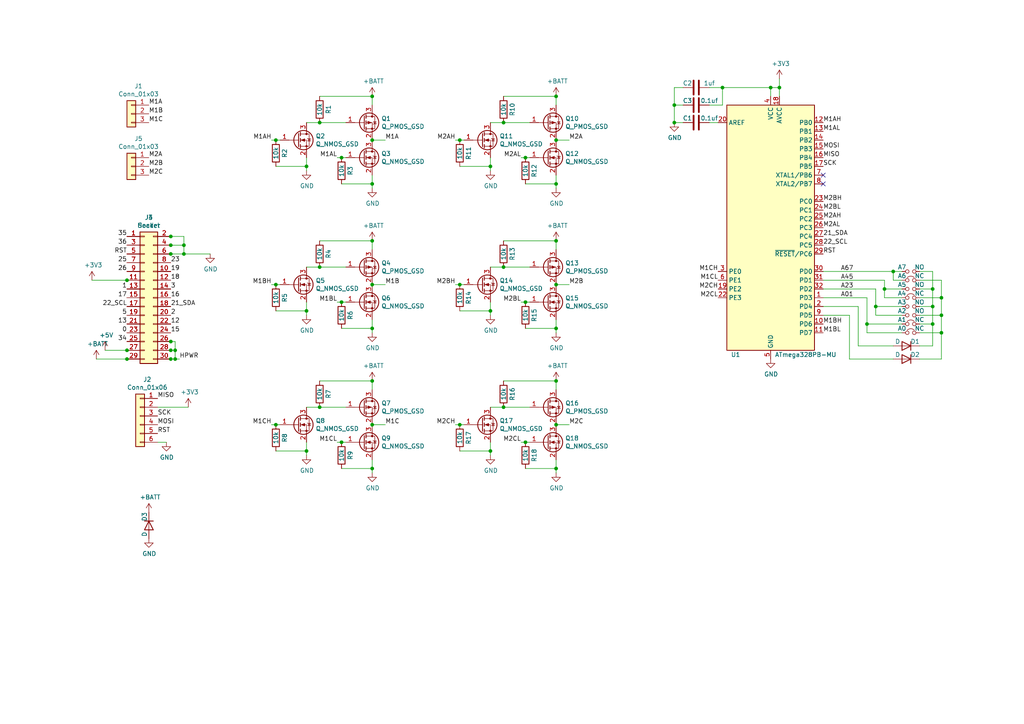
<source format=kicad_sch>
(kicad_sch (version 20230121) (generator eeschema)
  (paper "A4")
  (lib_symbols
    (symbol "Connector_Generic:Conn_01x03" (pin_names (offset 1.016) hide)
      (property "Reference" "J" (at 0 5.08 0))
      (property "Value" "Conn_01x03" (at 0 -5.08 0))
      (symbol "Conn_01x03_1_1"
        (rectangle (start -1.27 -2.413) (end 0 -2.667) (stroke (width 0.1524)))
        (rectangle (start -1.27 0.127) (end 0 -0.127) (stroke (width 0.1524)))
        (rectangle (start -1.27 2.667) (end 0 2.413) (stroke (width 0.1524)))
        (rectangle (start -1.27 3.81) (end 1.27 -3.81) (stroke (width 0.254)) (fill (type background)))
        (pin passive line (at -5.08 2.54 0) (length 3.81) (name "Pin_1") (number "1"))
        (pin passive line (at -5.08 0 0) (length 3.81) (name "Pin_2") (number "2"))
        (pin passive line (at -5.08 -2.54 0) (length 3.81) (name "Pin_3") (number "3"))
      )
    )
    (symbol "Connector_Generic:Conn_01x06" (pin_names (offset 1.016) hide)
      (property "Reference" "J" (at 0 7.62 0))
      (property "Value" "Conn_01x06" (at 0 -10.16 0))
      (symbol "Conn_01x06_1_1"
        (rectangle (start -1.27 -7.493) (end 0 -7.747) (stroke (width 0.1524)))
        (rectangle (start -1.27 -4.953) (end 0 -5.207) (stroke (width 0.1524)))
        (rectangle (start -1.27 -2.413) (end 0 -2.667) (stroke (width 0.1524)))
        (rectangle (start -1.27 0.127) (end 0 -0.127) (stroke (width 0.1524)))
        (rectangle (start -1.27 2.667) (end 0 2.413) (stroke (width 0.1524)))
        (rectangle (start -1.27 5.207) (end 0 4.953) (stroke (width 0.1524)))
        (rectangle (start -1.27 6.35) (end 1.27 -8.89) (stroke (width 0.254)) (fill (type background)))
        (pin passive line (at -5.08 5.08 0) (length 3.81) (name "Pin_1") (number "1"))
        (pin passive line (at -5.08 2.54 0) (length 3.81) (name "Pin_2") (number "2"))
        (pin passive line (at -5.08 0 0) (length 3.81) (name "Pin_3") (number "3"))
        (pin passive line (at -5.08 -2.54 0) (length 3.81) (name "Pin_4") (number "4"))
        (pin passive line (at -5.08 -5.08 0) (length 3.81) (name "Pin_5") (number "5"))
        (pin passive line (at -5.08 -7.62 0) (length 3.81) (name "Pin_6") (number "6"))
      )
    )
    (symbol "Connector_Generic:Conn_02x15_Odd_Even" (pin_names (offset 1.016) hide)
      (property "Reference" "J" (at 1.27 20.32 0))
      (property "Value" "Conn_02x15_Odd_Even" (at 1.27 -20.32 0))
      (symbol "Conn_02x15_Odd_Even_1_1"
        (rectangle (start -1.27 -17.653) (end 0 -17.907) (stroke (width 0.1524)))
        (rectangle (start -1.27 -15.113) (end 0 -15.367) (stroke (width 0.1524)))
        (rectangle (start -1.27 -12.573) (end 0 -12.827) (stroke (width 0.1524)))
        (rectangle (start -1.27 -10.033) (end 0 -10.287) (stroke (width 0.1524)))
        (rectangle (start -1.27 -7.493) (end 0 -7.747) (stroke (width 0.1524)))
        (rectangle (start -1.27 -4.953) (end 0 -5.207) (stroke (width 0.1524)))
        (rectangle (start -1.27 -2.413) (end 0 -2.667) (stroke (width 0.1524)))
        (rectangle (start -1.27 0.127) (end 0 -0.127) (stroke (width 0.1524)))
        (rectangle (start -1.27 2.667) (end 0 2.413) (stroke (width 0.1524)))
        (rectangle (start -1.27 5.207) (end 0 4.953) (stroke (width 0.1524)))
        (rectangle (start -1.27 7.747) (end 0 7.493) (stroke (width 0.1524)))
        (rectangle (start -1.27 10.287) (end 0 10.033) (stroke (width 0.1524)))
        (rectangle (start -1.27 12.827) (end 0 12.573) (stroke (width 0.1524)))
        (rectangle (start -1.27 15.367) (end 0 15.113) (stroke (width 0.1524)))
        (rectangle (start -1.27 17.907) (end 0 17.653) (stroke (width 0.1524)))
        (rectangle (start -1.27 19.05) (end 3.81 -19.05) (stroke (width 0.254)) (fill (type background)))
        (rectangle (start 3.81 -17.653) (end 2.54 -17.907) (stroke (width 0.1524)))
        (rectangle (start 3.81 -15.113) (end 2.54 -15.367) (stroke (width 0.1524)))
        (rectangle (start 3.81 -12.573) (end 2.54 -12.827) (stroke (width 0.1524)))
        (rectangle (start 3.81 -10.033) (end 2.54 -10.287) (stroke (width 0.1524)))
        (rectangle (start 3.81 -7.493) (end 2.54 -7.747) (stroke (width 0.1524)))
        (rectangle (start 3.81 -4.953) (end 2.54 -5.207) (stroke (width 0.1524)))
        (rectangle (start 3.81 -2.413) (end 2.54 -2.667) (stroke (width 0.1524)))
        (rectangle (start 3.81 0.127) (end 2.54 -0.127) (stroke (width 0.1524)))
        (rectangle (start 3.81 2.667) (end 2.54 2.413) (stroke (width 0.1524)))
        (rectangle (start 3.81 5.207) (end 2.54 4.953) (stroke (width 0.1524)))
        (rectangle (start 3.81 7.747) (end 2.54 7.493) (stroke (width 0.1524)))
        (rectangle (start 3.81 10.287) (end 2.54 10.033) (stroke (width 0.1524)))
        (rectangle (start 3.81 12.827) (end 2.54 12.573) (stroke (width 0.1524)))
        (rectangle (start 3.81 15.367) (end 2.54 15.113) (stroke (width 0.1524)))
        (rectangle (start 3.81 17.907) (end 2.54 17.653) (stroke (width 0.1524)))
        (pin passive line (at -5.08 17.78 0) (length 3.81) (name "Pin_1") (number "1"))
        (pin passive line (at 7.62 7.62 180) (length 3.81) (name "Pin_10") (number "10"))
        (pin passive line (at -5.08 5.08 0) (length 3.81) (name "Pin_11") (number "11"))
        (pin passive line (at 7.62 5.08 180) (length 3.81) (name "Pin_12") (number "12"))
        (pin passive line (at -5.08 2.54 0) (length 3.81) (name "Pin_13") (number "13"))
        (pin passive line (at 7.62 2.54 180) (length 3.81) (name "Pin_14") (number "14"))
        (pin passive line (at -5.08 0 0) (length 3.81) (name "Pin_15") (number "15"))
        (pin passive line (at 7.62 0 180) (length 3.81) (name "Pin_16") (number "16"))
        (pin passive line (at -5.08 -2.54 0) (length 3.81) (name "Pin_17") (number "17"))
        (pin passive line (at 7.62 -2.54 180) (length 3.81) (name "Pin_18") (number "18"))
        (pin passive line (at -5.08 -5.08 0) (length 3.81) (name "Pin_19") (number "19"))
        (pin passive line (at 7.62 17.78 180) (length 3.81) (name "Pin_2") (number "2"))
        (pin passive line (at 7.62 -5.08 180) (length 3.81) (name "Pin_20") (number "20"))
        (pin passive line (at -5.08 -7.62 0) (length 3.81) (name "Pin_21") (number "21"))
        (pin passive line (at 7.62 -7.62 180) (length 3.81) (name "Pin_22") (number "22"))
        (pin passive line (at -5.08 -10.16 0) (length 3.81) (name "Pin_23") (number "23"))
        (pin passive line (at 7.62 -10.16 180) (length 3.81) (name "Pin_24") (number "24"))
        (pin passive line (at -5.08 -12.7 0) (length 3.81) (name "Pin_25") (number "25"))
        (pin passive line (at 7.62 -12.7 180) (length 3.81) (name "Pin_26") (number "26"))
        (pin passive line (at -5.08 -15.24 0) (length 3.81) (name "Pin_27") (number "27"))
        (pin passive line (at 7.62 -15.24 180) (length 3.81) (name "Pin_28") (number "28"))
        (pin passive line (at -5.08 -17.78 0) (length 3.81) (name "Pin_29") (number "29"))
        (pin passive line (at -5.08 15.24 0) (length 3.81) (name "Pin_3") (number "3"))
        (pin passive line (at 7.62 -17.78 180) (length 3.81) (name "Pin_30") (number "30"))
        (pin passive line (at 7.62 15.24 180) (length 3.81) (name "Pin_4") (number "4"))
        (pin passive line (at -5.08 12.7 0) (length 3.81) (name "Pin_5") (number "5"))
        (pin passive line (at 7.62 12.7 180) (length 3.81) (name "Pin_6") (number "6"))
        (pin passive line (at -5.08 10.16 0) (length 3.81) (name "Pin_7") (number "7"))
        (pin passive line (at 7.62 10.16 180) (length 3.81) (name "Pin_8") (number "8"))
        (pin passive line (at -5.08 7.62 0) (length 3.81) (name "Pin_9") (number "9"))
      )
    )
    (symbol "Device:C" (pin_numbers hide) (pin_names (offset 0.254))
      (property "Reference" "C" (at 0.635 2.54 0))
      (property "Value" "C" (at 0.635 -2.54 0))
      (symbol "C_0_1"
        (polyline (pts (xy -2.032 -0.762) (xy 2.032 -0.762)) (stroke (width 0.508)))
        (polyline (pts (xy -2.032 0.762) (xy 2.032 0.762)) (stroke (width 0.508)))
      )
      (symbol "C_1_1"
        (pin passive line (at 0 3.81 270) (length 2.794) (name "~") (number "1"))
        (pin passive line (at 0 -3.81 90) (length 2.794) (name "~") (number "2"))
      )
    )
    (symbol "Device:D" (pin_numbers hide) (pin_names (offset 1.016) hide)
      (property "Reference" "D" (at 0 2.54 0))
      (property "Value" "D" (at 0 -2.54 0))
      (symbol "D_0_1"
        (polyline (pts (xy -1.27 1.27) (xy -1.27 -1.27)) (stroke (width 0.254)))
        (polyline (pts (xy 1.27 0) (xy -1.27 0)))
        (polyline (pts (xy 1.27 1.27) (xy 1.27 -1.27) (xy -1.27 0) (xy 1.27 1.27)) (stroke (width 0.254)))
      )
      (symbol "D_1_1"
        (pin passive line (at -3.81 0 0) (length 2.54) (name "K") (number "1"))
        (pin passive line (at 3.81 0 180) (length 2.54) (name "A") (number "2"))
      )
    )
    (symbol "Device:Q_NMOS_GSD" (pin_names (offset 0) hide)
      (property "Reference" "Q" (at 5.08 1.27 0))
      (property "Value" "Q_NMOS_GSD" (at 5.08 -1.27 0))
      (symbol "Q_NMOS_GSD_0_1"
        (polyline (pts (xy 0.254 0) (xy -2.54 0)))
        (polyline (pts (xy 0.254 1.905) (xy 0.254 -1.905)) (stroke (width 0.254)))
        (polyline (pts (xy 0.762 -1.27) (xy 0.762 -2.286)) (stroke (width 0.254)))
        (polyline (pts (xy 0.762 0.508) (xy 0.762 -0.508)) (stroke (width 0.254)))
        (polyline (pts (xy 0.762 2.286) (xy 0.762 1.27)) (stroke (width 0.254)))
        (polyline (pts (xy 2.54 2.54) (xy 2.54 1.778)))
        (polyline (pts (xy 2.54 -2.54) (xy 2.54 0) (xy 0.762 0)))
        (polyline (pts (xy 0.762 -1.778) (xy 3.302 -1.778) (xy 3.302 1.778) (xy 0.762 1.778)))
        (polyline (pts (xy 1.016 0) (xy 2.032 0.381) (xy 2.032 -0.381) (xy 1.016 0)) (fill (type outline)))
        (polyline (pts (xy 2.794 0.508) (xy 2.921 0.381) (xy 3.683 0.381) (xy 3.81 0.254)))
        (polyline (pts (xy 3.302 0.381) (xy 2.921 -0.254) (xy 3.683 -0.254) (xy 3.302 0.381)))
        (circle (center 1.651 0) (radius 2.794) (stroke (width 0.254)))
        (circle (center 2.54 -1.778) (radius 0.254) (fill (type outline)))
        (circle (center 2.54 1.778) (radius 0.254) (fill (type outline)))
      )
      (symbol "Q_NMOS_GSD_1_1"
        (pin input line (at -5.08 0 0) (length 2.54) (name "G") (number "1"))
        (pin passive line (at 2.54 -5.08 90) (length 2.54) (name "S") (number "2"))
        (pin passive line (at 2.54 5.08 270) (length 2.54) (name "D") (number "3"))
      )
    )
    (symbol "Device:Q_PMOS_GSD" (pin_names (offset 0) hide)
      (property "Reference" "Q" (at 5.08 1.27 0))
      (property "Value" "Q_PMOS_GSD" (at 5.08 -1.27 0))
      (symbol "Q_PMOS_GSD_0_1"
        (polyline (pts (xy 0.254 0) (xy -2.54 0)))
        (polyline (pts (xy 0.254 1.905) (xy 0.254 -1.905)) (stroke (width 0.254)))
        (polyline (pts (xy 0.762 -1.27) (xy 0.762 -2.286)) (stroke (width 0.254)))
        (polyline (pts (xy 0.762 0.508) (xy 0.762 -0.508)) (stroke (width 0.254)))
        (polyline (pts (xy 0.762 2.286) (xy 0.762 1.27)) (stroke (width 0.254)))
        (polyline (pts (xy 2.54 2.54) (xy 2.54 1.778)))
        (polyline (pts (xy 2.54 -2.54) (xy 2.54 0) (xy 0.762 0)))
        (polyline (pts (xy 0.762 1.778) (xy 3.302 1.778) (xy 3.302 -1.778) (xy 0.762 -1.778)))
        (polyline (pts (xy 2.286 0) (xy 1.27 0.381) (xy 1.27 -0.381) (xy 2.286 0)) (fill (type outline)))
        (polyline (pts (xy 2.794 -0.508) (xy 2.921 -0.381) (xy 3.683 -0.381) (xy 3.81 -0.254)))
        (polyline (pts (xy 3.302 -0.381) (xy 2.921 0.254) (xy 3.683 0.254) (xy 3.302 -0.381)))
        (circle (center 1.651 0) (radius 2.794) (stroke (width 0.254)))
        (circle (center 2.54 -1.778) (radius 0.254) (fill (type outline)))
        (circle (center 2.54 1.778) (radius 0.254) (fill (type outline)))
      )
      (symbol "Q_PMOS_GSD_1_1"
        (pin input line (at -5.08 0 0) (length 2.54) (name "G") (number "1"))
        (pin passive line (at 2.54 -5.08 90) (length 2.54) (name "S") (number "2"))
        (pin passive line (at 2.54 5.08 270) (length 2.54) (name "D") (number "3"))
      )
    )
    (symbol "Device:R" (pin_numbers hide) (pin_names (offset 0))
      (property "Reference" "R" (at 2.032 0 90))
      (property "Value" "R" (at 0 0 90))
      (symbol "R_0_1"
        (rectangle (start -1.016 -2.54) (end 1.016 2.54) (stroke (width 0.254)))
      )
      (symbol "R_1_1"
        (pin passive line (at 0 3.81 270) (length 1.27) (name "~") (number "1"))
        (pin passive line (at 0 -3.81 90) (length 1.27) (name "~") (number "2"))
      )
    )
    (symbol "I2cBrushlessMotors-rescue:+3.3V-power" (power) (pin_names (offset 0))
      (property "Value" "+3.3V-power" (at 0 3.556 0))
      (symbol "+3.3V-power_0_1"
        (polyline (pts (xy -0.762 1.27) (xy 0 2.54)))
        (polyline (pts (xy 0 0) (xy 0 2.54)))
        (polyline (pts (xy 0 2.54) (xy 0.762 1.27)))
      )
      (symbol "+3.3V-power_1_1"
        (pin power_in line (at 0 0 90) (length 0) hide (name "+3V3") (number "1"))
      )
    )
    (symbol "I2cBrushlessMotors-rescue:ATmega328PB-MU-MCU_Microchip_ATmega"
      (property "Reference" "U" (at -12.7 36.83 0))
      (property "Value" "MCU_Microchip_ATmega_ATmega328PB-MU" (at 2.54 -36.83 0))
      (symbol "ATmega328PB-MU-MCU_Microchip_ATmega_0_1"
        (rectangle (start -12.7 -35.56) (end 12.7 35.56) (stroke (width 0.254)) (fill (type background)))
      )
      (symbol "ATmega328PB-MU-MCU_Microchip_ATmega_1_1"
        (pin bidirectional line (at 15.24 -20.32 180) (length 2.54) (name "PD3") (number "1"))
        (pin bidirectional line (at 15.24 -27.94 180) (length 2.54) (name "PD6") (number "10"))
        (pin bidirectional line (at 15.24 -30.48 180) (length 2.54) (name "PD7") (number "11"))
        (pin bidirectional line (at 15.24 30.48 180) (length 2.54) (name "PB0") (number "12"))
        (pin bidirectional line (at 15.24 27.94 180) (length 2.54) (name "PB1") (number "13"))
        (pin bidirectional line (at 15.24 25.4 180) (length 2.54) (name "PB2") (number "14"))
        (pin bidirectional line (at 15.24 22.86 180) (length 2.54) (name "PB3") (number "15"))
        (pin bidirectional line (at 15.24 20.32 180) (length 2.54) (name "PB4") (number "16"))
        (pin bidirectional line (at 15.24 17.78 180) (length 2.54) (name "PB5") (number "17"))
        (pin power_in line (at 2.54 38.1 270) (length 2.54) (name "AVCC") (number "18"))
        (pin bidirectional line (at -15.24 -17.78 0) (length 2.54) (name "PE2") (number "19"))
        (pin bidirectional line (at 15.24 -22.86 180) (length 2.54) (name "PD4") (number "2"))
        (pin passive line (at -15.24 30.48 0) (length 2.54) (name "AREF") (number "20"))
        (pin passive line (at 0 -38.1 90) (length 2.54) hide (name "GND") (number "21"))
        (pin bidirectional line (at -15.24 -20.32 0) (length 2.54) (name "PE3") (number "22"))
        (pin bidirectional line (at 15.24 7.62 180) (length 2.54) (name "PC0") (number "23"))
        (pin bidirectional line (at 15.24 5.08 180) (length 2.54) (name "PC1") (number "24"))
        (pin bidirectional line (at 15.24 2.54 180) (length 2.54) (name "PC2") (number "25"))
        (pin bidirectional line (at 15.24 0 180) (length 2.54) (name "PC3") (number "26"))
        (pin bidirectional line (at 15.24 -2.54 180) (length 2.54) (name "PC4") (number "27"))
        (pin bidirectional line (at 15.24 -5.08 180) (length 2.54) (name "PC5") (number "28"))
        (pin bidirectional line (at 15.24 -7.62 180) (length 2.54) (name "~{RESET}/PC6") (number "29"))
        (pin bidirectional line (at -15.24 -12.7 0) (length 2.54) (name "PE0") (number "3"))
        (pin bidirectional line (at 15.24 -12.7 180) (length 2.54) (name "PD0") (number "30"))
        (pin bidirectional line (at 15.24 -15.24 180) (length 2.54) (name "PD1") (number "31"))
        (pin bidirectional line (at 15.24 -17.78 180) (length 2.54) (name "PD2") (number "32"))
        (pin passive line (at 0 -38.1 90) (length 2.54) hide (name "GND") (number "33"))
        (pin power_in line (at 0 38.1 270) (length 2.54) (name "VCC") (number "4"))
        (pin power_in line (at 0 -38.1 90) (length 2.54) (name "GND") (number "5"))
        (pin bidirectional line (at -15.24 -15.24 0) (length 2.54) (name "PE1") (number "6"))
        (pin bidirectional line (at 15.24 15.24 180) (length 2.54) (name "XTAL1/PB6") (number "7"))
        (pin bidirectional line (at 15.24 12.7 180) (length 2.54) (name "XTAL2/PB7") (number "8"))
        (pin bidirectional line (at 15.24 -25.4 180) (length 2.54) (name "PD5") (number "9"))
      )
    )
    (symbol "I2cBrushlessMotors-rescue:Jumper_NC_Small-Device" (pin_numbers hide) (pin_names (offset 0.762) hide)
      (property "Reference" "JP" (at 0 2.032 0))
      (property "Value" "Device_Jumper_NC_Small" (at 0.254 -1.524 0))
      (symbol "Jumper_NC_Small-Device_0_1"
        (circle (center -1.016 0) (radius 0.508))
        (circle (center 1.016 0) (radius 0.508))
        (arc (start 1.016 0.762) (mid 0 1.1828) (end -1.016 0.762))
        (pin passive line (at -2.54 0 0) (length 1.016) (name "1") (number "1"))
        (pin passive line (at 2.54 0 180) (length 1.016) (name "2") (number "2"))
      )
    )
    (symbol "I2cBrushlessMotors-rescue:Jumper_NO_Small-Device" (pin_numbers hide) (pin_names (offset 0.762) hide)
      (property "Reference" "JP" (at 0 2.032 0))
      (property "Value" "Device_Jumper_NO_Small" (at 0.254 -1.524 0))
      (symbol "Jumper_NO_Small-Device_0_1"
        (circle (center -1.016 0) (radius 0.508))
        (circle (center 1.016 0) (radius 0.508))
        (pin passive line (at -2.54 0 0) (length 1.016) (name "1") (number "1"))
        (pin passive line (at 2.54 0 180) (length 1.016) (name "2") (number "2"))
      )
    )
    (symbol "power:+5V" (power) (pin_names (offset 0))
      (property "Value" "+5V" (at 0 3.556 0))
      (symbol "+5V_0_1"
        (polyline (pts (xy -0.762 1.27) (xy 0 2.54)))
        (polyline (pts (xy 0 0) (xy 0 2.54)))
        (polyline (pts (xy 0 2.54) (xy 0.762 1.27)))
      )
      (symbol "+5V_1_1"
        (pin power_in line (at 0 0 90) (length 0) hide (name "+5V") (number "1"))
      )
    )
    (symbol "power:+BATT" (power) (pin_names (offset 0))
      (property "Value" "+BATT" (at 0 3.556 0))
      (symbol "+BATT_0_1"
        (polyline (pts (xy -0.762 1.27) (xy 0 2.54)))
        (polyline (pts (xy 0 0) (xy 0 2.54)))
        (polyline (pts (xy 0 2.54) (xy 0.762 1.27)))
      )
      (symbol "+BATT_1_1"
        (pin power_in line (at 0 0 90) (length 0) hide (name "+BATT") (number "1"))
      )
    )
    (symbol "power:GND" (power) (pin_names (offset 0))
      (property "Value" "GND" (at 0 -3.81 0))
      (symbol "GND_0_1"
        (polyline (pts (xy 0 0) (xy 0 -1.27) (xy 1.27 -1.27) (xy 0 -2.54) (xy -1.27 -1.27) (xy 0 -1.27)))
      )
      (symbol "GND_1_1"
        (pin power_in line (at 0 0 270) (length 0) hide (name "GND") (number "1"))
      )
    )
  )
  (junction (at 195.58 30.48))
  (junction (at 88.9 48.26))
  (junction (at 92.71 35.56))
  (junction (at 270.51 93.98))
  (junction (at 146.05 35.56))
  (junction (at 226.06 25.4))
  (junction (at 107.95 53.34))
  (junction (at 161.29 95.25))
  (junction (at 142.24 130.81))
  (junction (at 99.06 45.72))
  (junction (at 99.06 128.27))
  (junction (at 49.53 104.14))
  (junction (at 273.05 86.36))
  (junction (at 161.29 82.55))
  (junction (at 270.51 83.82))
  (junction (at 146.05 118.11))
  (junction (at 142.24 90.17))
  (junction (at 273.05 96.52))
  (junction (at 107.95 27.94))
  (junction (at 49.53 68.58))
  (junction (at 99.06 87.63))
  (junction (at 107.95 135.89))
  (junction (at 107.95 40.64))
  (junction (at 88.9 130.81))
  (junction (at 251.46 93.98))
  (junction (at 107.95 95.25))
  (junction (at 161.29 123.19))
  (junction (at 133.35 82.55))
  (junction (at 133.35 123.19))
  (junction (at 161.29 27.94))
  (junction (at 49.53 73.66))
  (junction (at 161.29 69.85))
  (junction (at 92.71 77.47))
  (junction (at 53.34 71.12))
  (junction (at 49.53 101.6))
  (junction (at 49.53 99.06))
  (junction (at 254 88.9))
  (junction (at 107.95 110.49))
  (junction (at 146.05 77.47))
  (junction (at 209.55 25.4))
  (junction (at 161.29 53.34))
  (junction (at 270.51 88.9))
  (junction (at 133.35 40.64))
  (junction (at 80.01 82.55))
  (junction (at 161.29 135.89))
  (junction (at 161.29 40.64))
  (junction (at 50.8 101.6))
  (junction (at 107.95 69.85))
  (junction (at 107.95 82.55))
  (junction (at 36.83 104.14))
  (junction (at 80.01 123.19))
  (junction (at 92.71 118.11))
  (junction (at 107.95 123.19))
  (junction (at 256.54 83.82))
  (junction (at 49.53 71.12))
  (junction (at 195.58 35.56))
  (junction (at 80.01 40.64))
  (junction (at 152.4 45.72))
  (junction (at 36.83 81.28))
  (junction (at 152.4 128.27))
  (junction (at 161.29 110.49))
  (junction (at 273.05 91.44))
  (junction (at 152.4 87.63))
  (junction (at 36.83 101.6))
  (junction (at 223.52 25.4))
  (junction (at 259.08 78.74))
  (junction (at 142.24 48.26))
  (junction (at 88.9 90.17))
  (junction (at 53.34 73.66))
  (junction (at 50.8 104.14))
  (no_connect (at 238.76 53.34))
  (no_connect (at 238.76 50.8))
  (wire (pts (xy 273.05 81.28) (xy 266.7 81.28)))
  (wire (pts (xy 107.95 53.34) (xy 107.95 50.8)))
  (wire (pts (xy 36.83 81.28) (xy 26.67 81.28)))
  (wire (pts (xy 270.51 88.9) (xy 266.7 88.9)))
  (wire (pts (xy 161.29 53.34) (xy 161.29 50.8)))
  (wire (pts (xy 48.26 128.27) (xy 45.72 128.27)))
  (wire (pts (xy 151.13 128.27) (xy 152.4 128.27)))
  (wire (pts (xy 50.8 104.14) (xy 52.07 104.14)))
  (wire (pts (xy 161.29 27.94) (xy 161.29 30.48)))
  (wire (pts (xy 142.24 77.47) (xy 146.05 77.47)))
  (wire (pts (xy 142.24 91.44) (xy 142.24 90.17)))
  (wire (pts (xy 146.05 110.49) (xy 161.29 110.49)))
  (wire (pts (xy 107.95 54.61) (xy 107.95 53.34)))
  (wire (pts (xy 107.95 53.34) (xy 99.06 53.34)))
  (wire (pts (xy 226.06 25.4) (xy 226.06 27.94)))
  (wire (pts (xy 146.05 118.11) (xy 153.67 118.11)))
  (wire (pts (xy 132.08 123.19) (xy 133.35 123.19)))
  (wire (pts (xy 99.06 128.27) (xy 100.33 128.27)))
  (wire (pts (xy 266.7 86.36) (xy 273.05 86.36)))
  (wire (pts (xy 88.9 90.17) (xy 88.9 87.63)))
  (wire (pts (xy 266.7 100.33) (xy 270.51 100.33)))
  (wire (pts (xy 259.08 104.14) (xy 246.38 104.14)))
  (wire (pts (xy 226.06 22.86) (xy 226.06 25.4)))
  (wire (pts (xy 133.35 82.55) (xy 134.62 82.55)))
  (wire (pts (xy 161.29 135.89) (xy 161.29 133.35)))
  (wire (pts (xy 53.34 68.58) (xy 53.34 71.12)))
  (wire (pts (xy 165.1 40.64) (xy 161.29 40.64)))
  (wire (pts (xy 146.05 69.85) (xy 161.29 69.85)))
  (wire (pts (xy 88.9 132.08) (xy 88.9 130.81)))
  (wire (pts (xy 107.95 27.94) (xy 107.95 30.48)))
  (wire (pts (xy 146.05 77.47) (xy 153.67 77.47)))
  (wire (pts (xy 270.51 93.98) (xy 270.51 88.9)))
  (wire (pts (xy 266.7 104.14) (xy 273.05 104.14)))
  (wire (pts (xy 49.53 71.12) (xy 53.34 71.12)))
  (wire (pts (xy 238.76 83.82) (xy 254 83.82)))
  (wire (pts (xy 142.24 90.17) (xy 142.24 87.63)))
  (wire (pts (xy 266.7 83.82) (xy 270.51 83.82)))
  (wire (pts (xy 256.54 83.82) (xy 256.54 81.28)))
  (wire (pts (xy 92.71 110.49) (xy 107.95 110.49)))
  (wire (pts (xy 107.95 95.25) (xy 107.95 92.71)))
  (wire (pts (xy 36.83 101.6) (xy 30.48 101.6)))
  (wire (pts (xy 223.52 25.4) (xy 209.55 25.4)))
  (wire (pts (xy 107.95 137.16) (xy 107.95 135.89)))
  (wire (pts (xy 248.92 88.9) (xy 248.92 100.33)))
  (wire (pts (xy 165.1 82.55) (xy 161.29 82.55)))
  (wire (pts (xy 266.7 96.52) (xy 273.05 96.52)))
  (wire (pts (xy 195.58 25.4) (xy 195.58 30.48)))
  (wire (pts (xy 226.06 25.4) (xy 223.52 25.4)))
  (wire (pts (xy 270.51 83.82) (xy 270.51 78.74)))
  (wire (pts (xy 88.9 91.44) (xy 88.9 90.17)))
  (wire (pts (xy 88.9 90.17) (xy 80.01 90.17)))
  (wire (pts (xy 161.29 53.34) (xy 152.4 53.34)))
  (wire (pts (xy 78.74 123.19) (xy 80.01 123.19)))
  (wire (pts (xy 238.76 78.74) (xy 259.08 78.74)))
  (wire (pts (xy 92.71 118.11) (xy 100.33 118.11)))
  (wire (pts (xy 97.79 87.63) (xy 99.06 87.63)))
  (wire (pts (xy 53.34 71.12) (xy 53.34 73.66)))
  (wire (pts (xy 161.29 135.89) (xy 152.4 135.89)))
  (wire (pts (xy 238.76 86.36) (xy 251.46 86.36)))
  (wire (pts (xy 205.74 35.56) (xy 208.28 35.56)))
  (wire (pts (xy 49.53 73.66) (xy 53.34 73.66)))
  (wire (pts (xy 223.52 25.4) (xy 223.52 27.94)))
  (wire (pts (xy 53.34 73.66) (xy 60.96 73.66)))
  (wire (pts (xy 161.29 69.85) (xy 161.29 72.39)))
  (wire (pts (xy 161.29 96.52) (xy 161.29 95.25)))
  (wire (pts (xy 92.71 35.56) (xy 100.33 35.56)))
  (wire (pts (xy 88.9 48.26) (xy 88.9 45.72)))
  (wire (pts (xy 50.8 101.6) (xy 50.8 99.06)))
  (wire (pts (xy 238.76 91.44) (xy 246.38 91.44)))
  (wire (pts (xy 88.9 77.47) (xy 92.71 77.47)))
  (wire (pts (xy 161.29 95.25) (xy 152.4 95.25)))
  (wire (pts (xy 266.7 93.98) (xy 270.51 93.98)))
  (wire (pts (xy 261.62 93.98) (xy 251.46 93.98)))
  (wire (pts (xy 161.29 137.16) (xy 161.29 135.89)))
  (wire (pts (xy 142.24 132.08) (xy 142.24 130.81)))
  (wire (pts (xy 256.54 86.36) (xy 261.62 86.36)))
  (wire (pts (xy 92.71 69.85) (xy 107.95 69.85)))
  (wire (pts (xy 270.51 88.9) (xy 270.51 83.82)))
  (wire (pts (xy 88.9 48.26) (xy 80.01 48.26)))
  (wire (pts (xy 259.08 81.28) (xy 261.62 81.28)))
  (wire (pts (xy 142.24 130.81) (xy 142.24 128.27)))
  (wire (pts (xy 238.76 88.9) (xy 248.92 88.9)))
  (wire (pts (xy 161.29 95.25) (xy 161.29 92.71)))
  (wire (pts (xy 88.9 118.11) (xy 92.71 118.11)))
  (wire (pts (xy 142.24 118.11) (xy 146.05 118.11)))
  (wire (pts (xy 111.76 82.55) (xy 107.95 82.55)))
  (wire (pts (xy 142.24 48.26) (xy 133.35 48.26)))
  (wire (pts (xy 92.71 27.94) (xy 107.95 27.94)))
  (wire (pts (xy 111.76 123.19) (xy 107.95 123.19)))
  (wire (pts (xy 165.1 123.19) (xy 161.29 123.19)))
  (wire (pts (xy 142.24 49.53) (xy 142.24 48.26)))
  (wire (pts (xy 152.4 128.27) (xy 153.67 128.27)))
  (wire (pts (xy 146.05 27.94) (xy 161.29 27.94)))
  (wire (pts (xy 251.46 96.52) (xy 261.62 96.52)))
  (wire (pts (xy 161.29 110.49) (xy 161.29 113.03)))
  (wire (pts (xy 146.05 35.56) (xy 153.67 35.56)))
  (wire (pts (xy 261.62 88.9) (xy 254 88.9)))
  (wire (pts (xy 151.13 45.72) (xy 152.4 45.72)))
  (wire (pts (xy 97.79 45.72) (xy 99.06 45.72)))
  (wire (pts (xy 248.92 100.33) (xy 259.08 100.33)))
  (wire (pts (xy 54.61 118.11) (xy 45.72 118.11)))
  (wire (pts (xy 152.4 87.63) (xy 153.67 87.63)))
  (wire (pts (xy 132.08 82.55) (xy 133.35 82.55)))
  (wire (pts (xy 133.35 40.64) (xy 134.62 40.64)))
  (wire (pts (xy 142.24 48.26) (xy 142.24 45.72)))
  (wire (pts (xy 238.76 81.28) (xy 256.54 81.28)))
  (wire (pts (xy 261.62 83.82) (xy 256.54 83.82)))
  (wire (pts (xy 80.01 82.55) (xy 81.28 82.55)))
  (wire (pts (xy 246.38 104.14) (xy 246.38 91.44)))
  (wire (pts (xy 151.13 87.63) (xy 152.4 87.63)))
  (wire (pts (xy 195.58 35.56) (xy 198.12 35.56)))
  (wire (pts (xy 256.54 83.82) (xy 256.54 86.36)))
  (wire (pts (xy 99.06 87.63) (xy 100.33 87.63)))
  (wire (pts (xy 88.9 49.53) (xy 88.9 48.26)))
  (wire (pts (xy 259.08 78.74) (xy 259.08 81.28)))
  (wire (pts (xy 254 88.9) (xy 254 83.82)))
  (wire (pts (xy 198.12 25.4) (xy 195.58 25.4)))
  (wire (pts (xy 92.71 77.47) (xy 100.33 77.47)))
  (wire (pts (xy 88.9 35.56) (xy 92.71 35.56)))
  (wire (pts (xy 111.76 40.64) (xy 107.95 40.64)))
  (wire (pts (xy 161.29 54.61) (xy 161.29 53.34)))
  (wire (pts (xy 209.55 25.4) (xy 205.74 25.4)))
  (wire (pts (xy 50.8 99.06) (xy 49.53 99.06)))
  (wire (pts (xy 142.24 35.56) (xy 146.05 35.56)))
  (wire (pts (xy 80.01 40.64) (xy 81.28 40.64)))
  (wire (pts (xy 195.58 30.48) (xy 195.58 35.56)))
  (wire (pts (xy 107.95 110.49) (xy 107.95 113.03)))
  (wire (pts (xy 133.35 123.19) (xy 134.62 123.19)))
  (wire (pts (xy 152.4 45.72) (xy 153.67 45.72)))
  (wire (pts (xy 270.51 78.74) (xy 266.7 78.74)))
  (wire (pts (xy 209.55 25.4) (xy 209.55 30.48)))
  (wire (pts (xy 209.55 30.48) (xy 205.74 30.48)))
  (wire (pts (xy 107.95 96.52) (xy 107.95 95.25)))
  (wire (pts (xy 78.74 82.55) (xy 80.01 82.55)))
  (wire (pts (xy 97.79 128.27) (xy 99.06 128.27)))
  (wire (pts (xy 251.46 93.98) (xy 251.46 86.36)))
  (wire (pts (xy 107.95 135.89) (xy 99.06 135.89)))
  (wire (pts (xy 254 91.44) (xy 261.62 91.44)))
  (wire (pts (xy 107.95 95.25) (xy 99.06 95.25)))
  (wire (pts (xy 273.05 104.14) (xy 273.05 96.52)))
  (wire (pts (xy 251.46 93.98) (xy 251.46 96.52)))
  (wire (pts (xy 107.95 69.85) (xy 107.95 72.39)))
  (wire (pts (xy 49.53 101.6) (xy 50.8 101.6)))
  (wire (pts (xy 107.95 135.89) (xy 107.95 133.35)))
  (wire (pts (xy 80.01 123.19) (xy 81.28 123.19)))
  (wire (pts (xy 273.05 86.36) (xy 273.05 81.28)))
  (wire (pts (xy 99.06 45.72) (xy 100.33 45.72)))
  (wire (pts (xy 49.53 104.14) (xy 50.8 104.14)))
  (wire (pts (xy 261.62 78.74) (xy 259.08 78.74)))
  (wire (pts (xy 273.05 96.52) (xy 273.05 91.44)))
  (wire (pts (xy 88.9 130.81) (xy 88.9 128.27)))
  (wire (pts (xy 78.74 40.64) (xy 80.01 40.64)))
  (wire (pts (xy 142.24 130.81) (xy 133.35 130.81)))
  (wire (pts (xy 273.05 91.44) (xy 273.05 86.36)))
  (wire (pts (xy 49.53 68.58) (xy 53.34 68.58)))
  (wire (pts (xy 142.24 90.17) (xy 133.35 90.17)))
  (wire (pts (xy 195.58 30.48) (xy 198.12 30.48)))
  (wire (pts (xy 27.94 104.14) (xy 36.83 104.14)))
  (wire (pts (xy 273.05 91.44) (xy 266.7 91.44)))
  (wire (pts (xy 50.8 104.14) (xy 50.8 101.6)))
  (wire (pts (xy 270.51 100.33) (xy 270.51 93.98)))
  (wire (pts (xy 88.9 130.81) (xy 80.01 130.81)))
  (wire (pts (xy 132.08 40.64) (xy 133.35 40.64)))
  (wire (pts (xy 254 88.9) (xy 254 91.44)))
  (label "3" (at 49.53 83.82 0))
  (label "M1AL" (at 97.79 45.72 180))
  (label "A23" (at 243.84 83.82 0))
  (label "MISO" (at 45.72 115.57 0))
  (label "36" (at 36.83 71.12 180))
  (label "M2AL" (at 238.76 66.04 0))
  (label "21_SDA" (at 238.76 68.58 0))
  (label "2" (at 49.53 91.44 0))
  (label "A01" (at 243.84 86.36 0))
  (label "0" (at 36.83 96.52 180))
  (label "MOSI" (at 45.72 123.19 0))
  (label "26" (at 36.83 78.74 180))
  (label "SCK" (at 45.72 120.65 0))
  (label "M2B" (at 165.1 82.55 0))
  (label "M2AL" (at 151.13 45.72 180))
  (label "M1AH" (at 238.76 35.56 0))
  (label "M2A" (at 165.1 40.64 0))
  (label "M1CL" (at 208.28 81.28 180))
  (label "M1A" (at 43.18 30.48 0))
  (label "M2B" (at 43.18 48.26 0))
  (label "MOSI" (at 238.76 43.18 0))
  (label "M1CL" (at 97.79 128.27 180))
  (label "A67" (at 243.84 78.74 0))
  (label "M1C" (at 111.76 123.19 0))
  (label "M2AH" (at 238.76 63.5 0))
  (label "M2BH" (at 238.76 58.42 0))
  (label "M1BH" (at 78.74 82.55 180))
  (label "15" (at 49.53 96.52 0))
  (label "12" (at 49.53 93.98 0))
  (label "M2CL" (at 208.28 86.36 180))
  (label "13" (at 36.83 93.98 180))
  (label "M1AH" (at 78.74 40.64 180))
  (label "RST" (at 36.83 73.66 180))
  (label "M1BH" (at 238.76 93.98 0))
  (label "M2BH" (at 132.08 82.55 180))
  (label "M1B" (at 43.18 33.02 0))
  (label "M1AL" (at 238.76 38.1 0))
  (label "HPWR" (at 52.07 104.14 0))
  (label "34" (at 36.83 99.06 180))
  (label "1" (at 36.83 83.82 180))
  (label "23" (at 49.53 76.2 0))
  (label "M2BL" (at 151.13 87.63 180))
  (label "M2CL" (at 151.13 128.27 180))
  (label "M2CH" (at 132.08 123.19 180))
  (label "M2C" (at 165.1 123.19 0))
  (label "M1BL" (at 238.76 96.52 0))
  (label "SCK" (at 238.76 48.26 0))
  (label "16" (at 49.53 86.36 0))
  (label "M2A" (at 43.18 45.72 0))
  (label "22_SCL" (at 36.83 88.9 180))
  (label "M1A" (at 111.76 40.64 0))
  (label "35" (at 36.83 68.58 180))
  (label "M1CH" (at 208.28 78.74 180))
  (label "M2C" (at 43.18 50.8 0))
  (label "MISO" (at 238.76 45.72 0))
  (label "25" (at 36.83 76.2 180))
  (label "M1BL" (at 97.79 87.63 180))
  (label "18" (at 49.53 81.28 0))
  (label "17" (at 36.83 86.36 180))
  (label "RST" (at 238.76 73.66 0))
  (label "M1CH" (at 78.74 123.19 180))
  (label "RST" (at 45.72 125.73 0))
  (label "19" (at 49.53 78.74 0))
  (label "M1B" (at 111.76 82.55 0))
  (label "A45" (at 243.84 81.28 0))
  (label "22_SCL" (at 238.76 71.12 0))
  (label "M2CH" (at 208.28 83.82 180))
  (label "5" (at 36.83 91.44 180))
  (label "21_SDA" (at 49.53 88.9 0))
  (label "M2BL" (at 238.76 60.96 0))
  (label "M2AH" (at 132.08 40.64 180))
  (label "M1C" (at 43.18 35.56 0))
  (symbol (lib_id "Connector_Generic:Conn_02x15_Odd_Even") (at 41.91 86.36 0) (unit 1)
    (property "Reference" "J3" (at 43.18 63.0682 0))
    (property "Value" "Header" (at 43.18 65.3796 0))
    (property "Footprint" "footprints:PinHeader_2x15_P2.54mm_M5Stack" (effects hide))
  )
  (symbol (lib_id "Connector_Generic:Conn_02x15_Odd_Even") (at 41.91 86.36 0) (unit 1)
    (property "Reference" "J4" (at 43.18 63.0682 0))
    (property "Value" "Socket" (at 43.18 65.3796 0))
    (property "Footprint" "footprints:PinSocket_2x15_P2.54mm_Vertical_SMD_just_for_M5Stack_bottom" (effects hide))
  )
  (symbol (lib_id "power:+5V") (at 30.48 101.6 0) (unit 1)
    (property "Reference" "#PWR0101" (effects hide))
    (property "Value" "+5V" (at 30.861 97.2058 0))
  )
  (symbol (lib_id "power:+BATT") (at 27.94 104.14 0) (unit 1)
    (property "Reference" "#PWR0102" (effects hide))
    (property "Value" "+BATT" (at 28.321 99.7458 0))
  )
  (symbol (lib_id "power:GND") (at 60.96 73.66 0) (unit 1)
    (property "Reference" "#PWR0107" (effects hide))
    (property "Value" "GND" (at 61.087 78.0542 0))
  )
  (symbol (lib_id "I2cBrushlessMotors-rescue:+3.3V-power") (at 26.67 81.28 0) (unit 1)
    (property "Reference" "#PWR0108" (effects hide))
    (property "Value" "+3.3V" (at 27.051 76.8858 0))
  )
  (symbol (lib_id "power:GND") (at 223.52 104.14 0) (unit 1)
    (property "Reference" "#PWR0103" (effects hide))
    (property "Value" "GND" (at 223.647 108.5342 0))
  )
  (symbol (lib_id "Device:C") (at 201.93 35.56 90) (unit 1)
    (property "Reference" "C1" (at 199.39 34.29 90))
    (property "Value" "0.1uf" (at 205.74 34.29 90))
    (property "Footprint" "Capacitor_SMD:C_0603_1608Metric" (effects hide))
  )
  (symbol (lib_id "power:GND") (at 195.58 35.56 0) (unit 1)
    (property "Reference" "#PWR0105" (effects hide))
    (property "Value" "GND" (at 195.707 39.9542 0))
  )
  (symbol (lib_id "Connector_Generic:Conn_01x06") (at 40.64 120.65 0) (mirror y) (unit 1)
    (property "Reference" "J2" (at 42.7228 110.0582 0))
    (property "Value" "Conn_01x06" (at 42.7228 112.3696 0))
    (property "Footprint" "footprints:2x03_P2.54mm_Pads" (effects hide))
  )
  (symbol (lib_id "power:GND") (at 48.26 128.27 0) (unit 1)
    (property "Reference" "#PWR0106" (effects hide))
    (property "Value" "GND" (at 48.387 132.6642 0))
  )
  (symbol (lib_id "Device:Q_PMOS_GSD") (at 105.41 35.56 0) (unit 1)
    (property "Reference" "Q1" (at 110.617 34.3916 0) (effects (justify left)))
    (property "Value" "Q_PMOS_GSD" (at 110.617 36.703 0) (effects (justify left)))
    (property "Footprint" "Package_TO_SOT_SMD:SOT-23" (effects hide))
  )
  (symbol (lib_id "Device:R") (at 99.06 49.53 0) (unit 1)
    (property "Reference" "R3" (at 101.6 49.53 90))
    (property "Value" "10k" (at 99.06 49.53 90))
    (property "Footprint" "Resistor_SMD:R_0603_1608Metric" (effects hide))
  )
  (symbol (lib_id "I2cBrushlessMotors-rescue:+3.3V-power") (at 226.06 22.86 0) (unit 1)
    (property "Reference" "#PWR0104" (effects hide))
    (property "Value" "+3.3V" (at 226.441 18.4658 0))
  )
  (symbol (lib_id "Connector_Generic:Conn_01x03") (at 38.1 33.02 0) (mirror y) (unit 1)
    (property "Reference" "J1" (at 40.1828 24.9682 0))
    (property "Value" "Conn_01x03" (at 40.1828 27.2796 0))
    (property "Footprint" "footprints:Molex_1x03_P1.25mm_Vertical" (effects hide))
  )
  (symbol (lib_id "Connector_Generic:Conn_01x03") (at 38.1 48.26 0) (mirror y) (unit 1)
    (property "Reference" "J5" (at 40.1828 40.2082 0))
    (property "Value" "Conn_01x03" (at 40.1828 42.5196 0))
    (property "Footprint" "footprints:Molex_1x03_P1.25mm_Vertical" (effects hide))
  )
  (symbol (lib_id "power:+BATT") (at 107.95 27.94 0) (unit 1)
    (property "Reference" "#PWR0111" (effects hide))
    (property "Value" "+BATT" (at 108.331 23.5458 0))
  )
  (symbol (lib_id "I2cBrushlessMotors-rescue:ATmega328PB-MU-MCU_Microchip_ATmega") (at 223.52 66.04 0) (unit 1)
    (property "Reference" "U1" (at 213.36 102.87 0))
    (property "Value" "ATmega328PB-MU" (at 233.68 102.87 0))
    (property "Footprint" "Package_DFN_QFN:QFN-32-1EP_5x5mm_P0.5mm_EP3.1x3.1mm" (effects hide))
    (property "Datasheet" "http://ww1.microchip.com/downloads/en/DeviceDoc/40001906C.pdf" (effects hide))
  )
  (symbol (lib_id "Device:R") (at 92.71 31.75 0) (unit 1)
    (property "Reference" "R1" (at 95.25 31.75 90))
    (property "Value" "10k" (at 92.71 31.75 90))
    (property "Footprint" "Resistor_SMD:R_0603_1608Metric" (effects hide))
  )
  (symbol (lib_id "Device:Q_NMOS_GSD") (at 105.41 45.72 0) (unit 1)
    (property "Reference" "Q3" (at 110.5916 44.5516 0) (effects (justify left)))
    (property "Value" "Q_NMOS_GSD" (at 110.5916 46.863 0) (effects (justify left)))
    (property "Footprint" "Package_TO_SOT_SMD:SOT-23" (effects hide))
  )
  (symbol (lib_id "power:GND") (at 107.95 54.61 0) (unit 1)
    (property "Reference" "#PWR0109" (effects hide))
    (property "Value" "GND" (at 108.077 59.0042 0))
  )
  (symbol (lib_id "Device:Q_NMOS_GSD") (at 86.36 40.64 0) (unit 1)
    (property "Reference" "Q2" (at 91.5416 39.4716 0) (effects (justify left)))
    (property "Value" "Q_NMOS_GSD" (at 91.5416 41.783 0) (effects (justify left)))
    (property "Footprint" "Package_TO_SOT_SMD:SOT-23" (effects hide))
  )
  (symbol (lib_id "power:GND") (at 88.9 49.53 0) (unit 1)
    (property "Reference" "#PWR0112" (effects hide))
    (property "Value" "GND" (at 89.027 53.9242 0))
  )
  (symbol (lib_id "Device:R") (at 80.01 44.45 0) (unit 1)
    (property "Reference" "R2" (at 82.55 44.45 90))
    (property "Value" "10k" (at 80.01 44.45 90))
    (property "Footprint" "Resistor_SMD:R_0603_1608Metric" (effects hide))
  )
  (symbol (lib_id "Device:Q_PMOS_GSD") (at 105.41 77.47 0) (unit 1)
    (property "Reference" "Q4" (at 110.617 76.3016 0) (effects (justify left)))
    (property "Value" "Q_PMOS_GSD" (at 110.617 78.613 0) (effects (justify left)))
    (property "Footprint" "Package_TO_SOT_SMD:SOT-23" (effects hide))
  )
  (symbol (lib_id "Device:Q_NMOS_GSD") (at 105.41 87.63 0) (unit 1)
    (property "Reference" "Q6" (at 110.5916 86.4616 0) (effects (justify left)))
    (property "Value" "Q_NMOS_GSD" (at 110.5916 88.773 0) (effects (justify left)))
    (property "Footprint" "Package_TO_SOT_SMD:SOT-23" (effects hide))
  )
  (symbol (lib_id "power:GND") (at 107.95 96.52 0) (unit 1)
    (property "Reference" "#PWR0113" (effects hide))
    (property "Value" "GND" (at 108.077 100.9142 0))
  )
  (symbol (lib_id "Device:R") (at 99.06 91.44 0) (unit 1)
    (property "Reference" "R6" (at 101.6 91.44 90))
    (property "Value" "10k" (at 99.06 91.44 90))
    (property "Footprint" "Resistor_SMD:R_0603_1608Metric" (effects hide))
  )
  (symbol (lib_id "power:+BATT") (at 107.95 69.85 0) (unit 1)
    (property "Reference" "#PWR0114" (effects hide))
    (property "Value" "+BATT" (at 108.331 65.4558 0))
  )
  (symbol (lib_id "Device:Q_NMOS_GSD") (at 86.36 82.55 0) (unit 1)
    (property "Reference" "Q5" (at 91.5416 81.3816 0) (effects (justify left)))
    (property "Value" "Q_NMOS_GSD" (at 91.5416 83.693 0) (effects (justify left)))
    (property "Footprint" "Package_TO_SOT_SMD:SOT-23" (effects hide))
  )
  (symbol (lib_id "power:GND") (at 88.9 91.44 0) (unit 1)
    (property "Reference" "#PWR0115" (effects hide))
    (property "Value" "GND" (at 89.027 95.8342 0))
  )
  (symbol (lib_id "Device:R") (at 80.01 86.36 0) (unit 1)
    (property "Reference" "R5" (at 82.55 86.36 90))
    (property "Value" "10k" (at 80.01 86.36 90))
    (property "Footprint" "Resistor_SMD:R_0603_1608Metric" (effects hide))
  )
  (symbol (lib_id "Device:R") (at 92.71 73.66 0) (unit 1)
    (property "Reference" "R4" (at 95.25 73.66 90))
    (property "Value" "10k" (at 92.71 73.66 90))
    (property "Footprint" "Resistor_SMD:R_0603_1608Metric" (effects hide))
  )
  (symbol (lib_id "Device:Q_PMOS_GSD") (at 105.41 118.11 0) (unit 1)
    (property "Reference" "Q7" (at 110.617 116.9416 0) (effects (justify left)))
    (property "Value" "Q_PMOS_GSD" (at 110.617 119.253 0) (effects (justify left)))
    (property "Footprint" "Package_TO_SOT_SMD:SOT-23" (effects hide))
  )
  (symbol (lib_id "Device:Q_NMOS_GSD") (at 105.41 128.27 0) (unit 1)
    (property "Reference" "Q9" (at 110.5916 127.1016 0) (effects (justify left)))
    (property "Value" "Q_NMOS_GSD" (at 110.5916 129.413 0) (effects (justify left)))
    (property "Footprint" "Package_TO_SOT_SMD:SOT-23" (effects hide))
  )
  (symbol (lib_id "power:GND") (at 107.95 137.16 0) (unit 1)
    (property "Reference" "#PWR0116" (effects hide))
    (property "Value" "GND" (at 108.077 141.5542 0))
  )
  (symbol (lib_id "Device:R") (at 99.06 132.08 0) (unit 1)
    (property "Reference" "R9" (at 101.6 132.08 90))
    (property "Value" "10k" (at 99.06 132.08 90))
    (property "Footprint" "Resistor_SMD:R_0603_1608Metric" (effects hide))
  )
  (symbol (lib_id "power:+BATT") (at 107.95 110.49 0) (unit 1)
    (property "Reference" "#PWR0117" (effects hide))
    (property "Value" "+BATT" (at 108.331 106.0958 0))
  )
  (symbol (lib_id "Device:Q_NMOS_GSD") (at 86.36 123.19 0) (unit 1)
    (property "Reference" "Q8" (at 91.5416 122.0216 0) (effects (justify left)))
    (property "Value" "Q_NMOS_GSD" (at 91.5416 124.333 0) (effects (justify left)))
    (property "Footprint" "Package_TO_SOT_SMD:SOT-23" (effects hide))
  )
  (symbol (lib_id "power:GND") (at 88.9 132.08 0) (unit 1)
    (property "Reference" "#PWR0118" (effects hide))
    (property "Value" "GND" (at 89.027 136.4742 0))
  )
  (symbol (lib_id "Device:R") (at 80.01 127 0) (unit 1)
    (property "Reference" "R8" (at 82.55 127 90))
    (property "Value" "10k" (at 80.01 127 90))
    (property "Footprint" "Resistor_SMD:R_0603_1608Metric" (effects hide))
  )
  (symbol (lib_id "Device:R") (at 92.71 114.3 0) (unit 1)
    (property "Reference" "R7" (at 95.25 114.3 90))
    (property "Value" "10k" (at 92.71 114.3 90))
    (property "Footprint" "Resistor_SMD:R_0603_1608Metric" (effects hide))
  )
  (symbol (lib_id "Device:Q_PMOS_GSD") (at 158.75 35.56 0) (unit 1)
    (property "Reference" "Q10" (at 163.957 34.3916 0) (effects (justify left)))
    (property "Value" "Q_PMOS_GSD" (at 163.957 36.703 0) (effects (justify left)))
    (property "Footprint" "Package_TO_SOT_SMD:SOT-23" (effects hide))
  )
  (symbol (lib_id "Device:Q_NMOS_GSD") (at 158.75 45.72 0) (unit 1)
    (property "Reference" "Q12" (at 163.9316 44.5516 0) (effects (justify left)))
    (property "Value" "Q_NMOS_GSD" (at 163.9316 46.863 0) (effects (justify left)))
    (property "Footprint" "Package_TO_SOT_SMD:SOT-23" (effects hide))
  )
  (symbol (lib_id "power:GND") (at 161.29 54.61 0) (unit 1)
    (property "Reference" "#PWR0119" (effects hide))
    (property "Value" "GND" (at 161.417 59.0042 0))
  )
  (symbol (lib_id "Device:R") (at 152.4 49.53 0) (unit 1)
    (property "Reference" "R12" (at 154.94 49.53 90))
    (property "Value" "10k" (at 152.4 49.53 90))
    (property "Footprint" "Resistor_SMD:R_0603_1608Metric" (effects hide))
  )
  (symbol (lib_id "power:+BATT") (at 161.29 27.94 0) (unit 1)
    (property "Reference" "#PWR0120" (effects hide))
    (property "Value" "+BATT" (at 161.671 23.5458 0))
  )
  (symbol (lib_id "Device:Q_NMOS_GSD") (at 139.7 40.64 0) (unit 1)
    (property "Reference" "Q11" (at 144.8816 39.4716 0) (effects (justify left)))
    (property "Value" "Q_NMOS_GSD" (at 144.8816 41.783 0) (effects (justify left)))
    (property "Footprint" "Package_TO_SOT_SMD:SOT-23" (effects hide))
  )
  (symbol (lib_id "power:GND") (at 142.24 49.53 0) (unit 1)
    (property "Reference" "#PWR0121" (effects hide))
    (property "Value" "GND" (at 142.367 53.9242 0))
  )
  (symbol (lib_id "Device:R") (at 133.35 44.45 0) (unit 1)
    (property "Reference" "R11" (at 135.89 44.45 90))
    (property "Value" "10k" (at 133.35 44.45 90))
    (property "Footprint" "Resistor_SMD:R_0603_1608Metric" (effects hide))
  )
  (symbol (lib_id "Device:R") (at 146.05 31.75 0) (unit 1)
    (property "Reference" "R10" (at 148.59 31.75 90))
    (property "Value" "10k" (at 146.05 31.75 90))
    (property "Footprint" "Resistor_SMD:R_0603_1608Metric" (effects hide))
  )
  (symbol (lib_id "Device:Q_PMOS_GSD") (at 158.75 77.47 0) (unit 1)
    (property "Reference" "Q13" (at 163.957 76.3016 0) (effects (justify left)))
    (property "Value" "Q_PMOS_GSD" (at 163.957 78.613 0) (effects (justify left)))
    (property "Footprint" "Package_TO_SOT_SMD:SOT-23" (effects hide))
  )
  (symbol (lib_id "Device:Q_NMOS_GSD") (at 158.75 87.63 0) (unit 1)
    (property "Reference" "Q15" (at 163.9316 86.4616 0) (effects (justify left)))
    (property "Value" "Q_NMOS_GSD" (at 163.9316 88.773 0) (effects (justify left)))
    (property "Footprint" "Package_TO_SOT_SMD:SOT-23" (effects hide))
  )
  (symbol (lib_id "power:GND") (at 161.29 96.52 0) (unit 1)
    (property "Reference" "#PWR0122" (effects hide))
    (property "Value" "GND" (at 161.417 100.9142 0))
  )
  (symbol (lib_id "Device:R") (at 152.4 91.44 0) (unit 1)
    (property "Reference" "R15" (at 154.94 91.44 90))
    (property "Value" "10k" (at 152.4 91.44 90))
    (property "Footprint" "Resistor_SMD:R_0603_1608Metric" (effects hide))
  )
  (symbol (lib_id "power:+BATT") (at 161.29 69.85 0) (unit 1)
    (property "Reference" "#PWR0123" (effects hide))
    (property "Value" "+BATT" (at 161.671 65.4558 0))
  )
  (symbol (lib_id "Device:Q_NMOS_GSD") (at 139.7 82.55 0) (unit 1)
    (property "Reference" "Q14" (at 144.8816 81.3816 0) (effects (justify left)))
    (property "Value" "Q_NMOS_GSD" (at 144.8816 83.693 0) (effects (justify left)))
    (property "Footprint" "Package_TO_SOT_SMD:SOT-23" (effects hide))
  )
  (symbol (lib_id "power:GND") (at 142.24 91.44 0) (unit 1)
    (property "Reference" "#PWR0124" (effects hide))
    (property "Value" "GND" (at 142.367 95.8342 0))
  )
  (symbol (lib_id "Device:R") (at 133.35 86.36 0) (unit 1)
    (property "Reference" "R14" (at 135.89 86.36 90))
    (property "Value" "10k" (at 133.35 86.36 90))
    (property "Footprint" "Resistor_SMD:R_0603_1608Metric" (effects hide))
  )
  (symbol (lib_id "Device:R") (at 146.05 73.66 0) (unit 1)
    (property "Reference" "R13" (at 148.59 73.66 90))
    (property "Value" "10k" (at 146.05 73.66 90))
    (property "Footprint" "Resistor_SMD:R_0603_1608Metric" (effects hide))
  )
  (symbol (lib_id "Device:Q_PMOS_GSD") (at 158.75 118.11 0) (unit 1)
    (property "Reference" "Q16" (at 163.957 116.9416 0) (effects (justify left)))
    (property "Value" "Q_PMOS_GSD" (at 163.957 119.253 0) (effects (justify left)))
    (property "Footprint" "Package_TO_SOT_SMD:SOT-23" (effects hide))
  )
  (symbol (lib_id "Device:Q_NMOS_GSD") (at 158.75 128.27 0) (unit 1)
    (property "Reference" "Q18" (at 163.9316 127.1016 0) (effects (justify left)))
    (property "Value" "Q_NMOS_GSD" (at 163.9316 129.413 0) (effects (justify left)))
    (property "Footprint" "Package_TO_SOT_SMD:SOT-23" (effects hide))
  )
  (symbol (lib_id "power:GND") (at 161.29 137.16 0) (unit 1)
    (property "Reference" "#PWR0125" (effects hide))
    (property "Value" "GND" (at 161.417 141.5542 0))
  )
  (symbol (lib_id "Device:R") (at 152.4 132.08 0) (unit 1)
    (property "Reference" "R18" (at 154.94 132.08 90))
    (property "Value" "10k" (at 152.4 132.08 90))
    (property "Footprint" "Resistor_SMD:R_0603_1608Metric" (effects hide))
  )
  (symbol (lib_id "power:+BATT") (at 161.29 110.49 0) (unit 1)
    (property "Reference" "#PWR0126" (effects hide))
    (property "Value" "+BATT" (at 161.671 106.0958 0))
  )
  (symbol (lib_id "Device:Q_NMOS_GSD") (at 139.7 123.19 0) (unit 1)
    (property "Reference" "Q17" (at 144.8816 122.0216 0) (effects (justify left)))
    (property "Value" "Q_NMOS_GSD" (at 144.8816 124.333 0) (effects (justify left)))
    (property "Footprint" "Package_TO_SOT_SMD:SOT-23" (effects hide))
  )
  (symbol (lib_id "power:GND") (at 142.24 132.08 0) (unit 1)
    (property "Reference" "#PWR0127" (effects hide))
    (property "Value" "GND" (at 142.367 136.4742 0))
  )
  (symbol (lib_id "Device:R") (at 133.35 127 0) (unit 1)
    (property "Reference" "R17" (at 135.89 127 90))
    (property "Value" "10k" (at 133.35 127 90))
    (property "Footprint" "Resistor_SMD:R_0603_1608Metric" (effects hide))
  )
  (symbol (lib_id "Device:R") (at 146.05 114.3 0) (unit 1)
    (property "Reference" "R16" (at 148.59 114.3 90))
    (property "Value" "10k" (at 146.05 114.3 90))
    (property "Footprint" "Resistor_SMD:R_0603_1608Metric" (effects hide))
  )
  (symbol (lib_id "I2cBrushlessMotors-rescue:Jumper_NC_Small-Device") (at 264.16 96.52 0) (unit 1)
    (property "Reference" "A0" (at 261.62 95.25 0))
    (property "Value" "NC" (at 266.7 95.25 0))
    (property "Footprint" "Jumper:SolderJumper-2_P1.3mm_Bridged_RoundedPad1.0x1.5mm" (effects hide))
  )
  (symbol (lib_id "I2cBrushlessMotors-rescue:Jumper_NC_Small-Device") (at 264.16 93.98 0) (unit 1)
    (property "Reference" "A1" (at 261.62 92.71 0))
    (property "Value" "NC" (at 266.7 92.71 0))
    (property "Footprint" "Jumper:SolderJumper-2_P1.3mm_Bridged_RoundedPad1.0x1.5mm" (effects hide))
  )
  (symbol (lib_id "I2cBrushlessMotors-rescue:Jumper_NO_Small-Device") (at 264.16 91.44 0) (unit 1)
    (property "Reference" "A2" (at 261.62 90.17 0))
    (property "Value" "NO" (at 266.7 90.17 0))
    (property "Footprint" "Jumper:SolderJumper-2_P1.3mm_Open_RoundedPad1.0x1.5mm" (effects hide))
  )
  (symbol (lib_id "I2cBrushlessMotors-rescue:Jumper_NO_Small-Device") (at 264.16 78.74 0) (unit 1)
    (property "Reference" "A7" (at 261.62 77.47 0))
    (property "Value" "NO" (at 266.7 77.47 0))
    (property "Footprint" "Jumper:SolderJumper-2_P1.3mm_Open_RoundedPad1.0x1.5mm" (effects hide))
  )
  (symbol (lib_id "I2cBrushlessMotors-rescue:Jumper_NC_Small-Device") (at 264.16 81.28 0) (unit 1)
    (property "Reference" "A6" (at 261.62 80.01 0))
    (property "Value" "NC" (at 266.7 80.01 0))
    (property "Footprint" "Jumper:SolderJumper-2_P1.3mm_Bridged_RoundedPad1.0x1.5mm" (effects hide))
  )
  (symbol (lib_id "I2cBrushlessMotors-rescue:Jumper_NO_Small-Device") (at 264.16 83.82 0) (unit 1)
    (property "Reference" "A5" (at 261.62 82.55 0))
    (property "Value" "NO" (at 266.7 82.55 0))
    (property "Footprint" "Jumper:SolderJumper-2_P1.3mm_Open_RoundedPad1.0x1.5mm" (effects hide))
  )
  (symbol (lib_id "I2cBrushlessMotors-rescue:Jumper_NC_Small-Device") (at 264.16 86.36 0) (unit 1)
    (property "Reference" "A4" (at 261.62 85.09 0))
    (property "Value" "NC" (at 266.7 85.09 0))
    (property "Footprint" "Jumper:SolderJumper-2_P1.3mm_Bridged_RoundedPad1.0x1.5mm" (effects hide))
  )
  (symbol (lib_id "I2cBrushlessMotors-rescue:Jumper_NO_Small-Device") (at 264.16 88.9 0) (unit 1)
    (property "Reference" "A3" (at 261.62 87.63 0))
    (property "Value" "NO" (at 266.7 87.63 0))
    (property "Footprint" "Jumper:SolderJumper-2_P1.3mm_Open_RoundedPad1.0x1.5mm" (effects hide))
  )
  (symbol (lib_id "Device:C") (at 201.93 30.48 90) (unit 1)
    (property "Reference" "C3" (at 199.39 29.21 90))
    (property "Value" "0.1uf" (at 205.74 29.21 90))
    (property "Footprint" "Capacitor_SMD:C_0603_1608Metric" (effects hide))
  )
  (symbol (lib_id "Device:C") (at 201.93 25.4 90) (unit 1)
    (property "Reference" "C2" (at 199.39 24.13 90))
    (property "Value" "1uf" (at 205.74 24.13 90))
    (property "Footprint" "Capacitor_SMD:C_0603_1608Metric" (effects hide))
  )
  (symbol (lib_id "Device:D") (at 262.89 100.33 180) (unit 1)
    (property "Reference" "D1" (at 265.43 99.06 0))
    (property "Value" "D" (at 260.35 99.06 0))
    (property "Footprint" "Diode_SMD:D_SOD-323" (effects hide))
  )
  (symbol (lib_id "Device:D") (at 262.89 104.14 180) (unit 1)
    (property "Reference" "D2" (at 265.43 102.87 0))
    (property "Value" "D" (at 260.35 102.87 0))
    (property "Footprint" "Diode_SMD:D_SOD-323" (effects hide))
  )
  (symbol (lib_id "Device:D") (at 43.18 152.4 270) (unit 1)
    (property "Reference" "D3" (at 41.91 149.86 0))
    (property "Value" "D" (at 41.91 154.94 0))
    (property "Footprint" "Diode_SMD:D_SOD-123F" (effects hide))
  )
  (symbol (lib_id "power:GND") (at 43.18 156.21 0) (unit 1)
    (property "Reference" "#PWR0128" (effects hide))
    (property "Value" "GND" (at 43.307 160.6042 0))
  )
  (symbol (lib_id "power:+BATT") (at 43.18 148.59 0) (unit 1)
    (property "Reference" "#PWR0129" (effects hide))
    (property "Value" "+BATT" (at 43.561 144.1958 0))
  )
  (symbol (lib_id "I2cBrushlessMotors-rescue:+3.3V-power") (at 54.61 118.11 0) (unit 1)
    (property "Reference" "#PWR0110" (effects hide))
    (property "Value" "+3.3V" (at 54.991 113.7158 0))
  )
)
</source>
